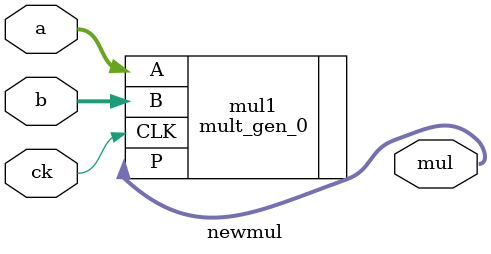
<source format=v>
`timescale 1ns / 1ps


module newmul(a, b, ck, mul);
input ck;
input [3:0]a, b;
output [7:0] mul;
mult_gen_0 mul1 (
  .CLK(ck),  // input wire CLK
  .A(a),      // input wire [3 : 0] A
  .B(b),      // input wire [3 : 0] B
  .P(mul)      // output wire [7 : 0] P
);

endmodule

</source>
